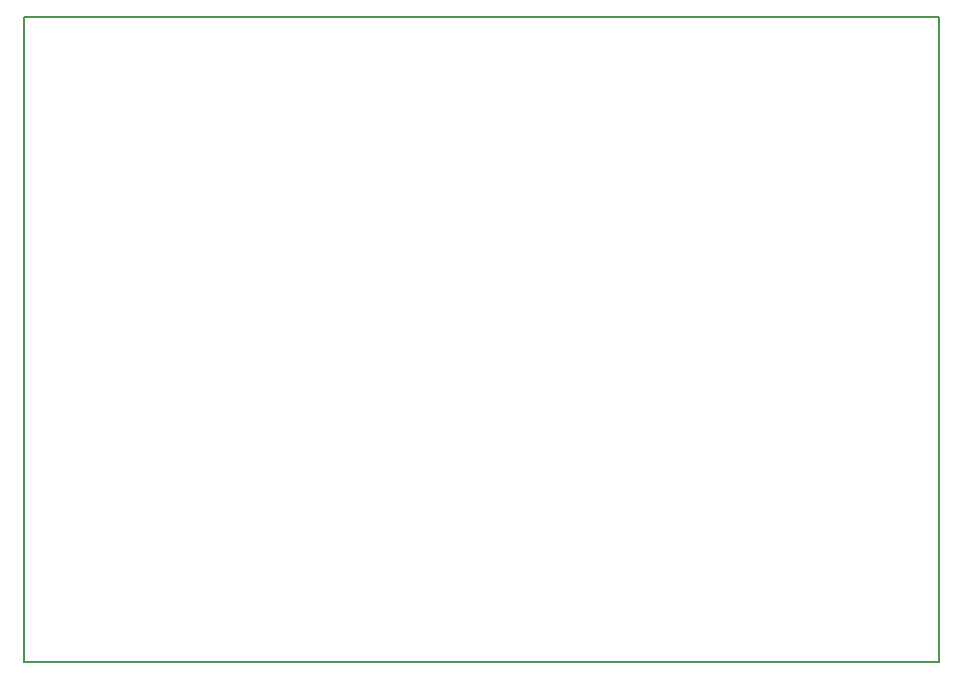
<source format=gbr>
G04 #@! TF.FileFunction,Profile,NP*
%FSLAX46Y46*%
G04 Gerber Fmt 4.6, Leading zero omitted, Abs format (unit mm)*
G04 Created by KiCad (PCBNEW 4.0.7) date 04/16/19 21:40:38*
%MOMM*%
%LPD*%
G01*
G04 APERTURE LIST*
%ADD10C,0.100000*%
%ADD11C,0.150000*%
G04 APERTURE END LIST*
D10*
D11*
X181610000Y-69850000D02*
X104140000Y-69850000D01*
X181610000Y-124460000D02*
X181610000Y-69850000D01*
X104140000Y-124460000D02*
X181610000Y-124460000D01*
X104140000Y-69850000D02*
X104140000Y-124460000D01*
M02*

</source>
